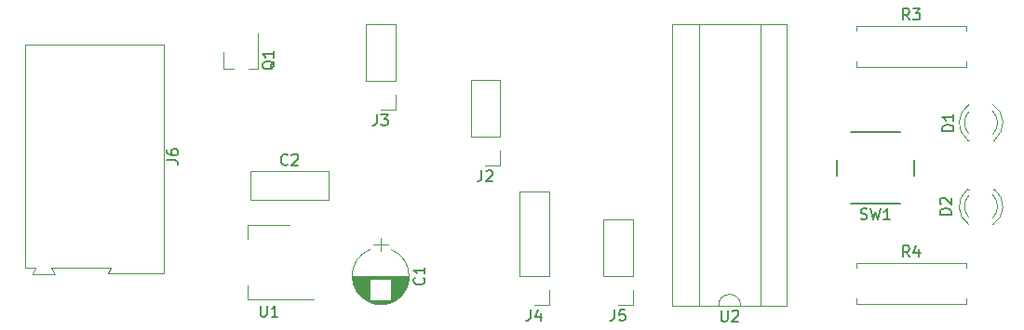
<source format=gbr>
G04 #@! TF.FileFunction,Legend,Top*
%FSLAX46Y46*%
G04 Gerber Fmt 4.6, Leading zero omitted, Abs format (unit mm)*
G04 Created by KiCad (PCBNEW 4.0.6+dfsg1-1) date Thu Feb 22 09:11:03 2018*
%MOMM*%
%LPD*%
G01*
G04 APERTURE LIST*
%ADD10C,0.100000*%
%ADD11C,0.120000*%
%ADD12C,0.150000*%
G04 APERTURE END LIST*
D10*
D11*
X130170000Y-122955000D02*
X130170000Y-124215000D01*
X130170000Y-129775000D02*
X130170000Y-128515000D01*
X133930000Y-122955000D02*
X130170000Y-122955000D01*
X136180000Y-129775000D02*
X130170000Y-129775000D01*
X143221400Y-130011863D02*
G75*
G03X143220000Y-125217564I-981400J2396863D01*
G01*
X141258600Y-130011863D02*
G75*
G02X141260000Y-125217564I981400J2396863D01*
G01*
X141258600Y-130011863D02*
G75*
G03X143220000Y-130012436I981400J2396863D01*
G01*
X144790000Y-127615000D02*
X139690000Y-127615000D01*
X144790000Y-127655000D02*
X139690000Y-127655000D01*
X144789000Y-127695000D02*
X139691000Y-127695000D01*
X144788000Y-127735000D02*
X139692000Y-127735000D01*
X144786000Y-127775000D02*
X139694000Y-127775000D01*
X144783000Y-127815000D02*
X139697000Y-127815000D01*
X144779000Y-127855000D02*
X139701000Y-127855000D01*
X144775000Y-127895000D02*
X143220000Y-127895000D01*
X141260000Y-127895000D02*
X139705000Y-127895000D01*
X144771000Y-127935000D02*
X143220000Y-127935000D01*
X141260000Y-127935000D02*
X139709000Y-127935000D01*
X144765000Y-127975000D02*
X143220000Y-127975000D01*
X141260000Y-127975000D02*
X139715000Y-127975000D01*
X144759000Y-128015000D02*
X143220000Y-128015000D01*
X141260000Y-128015000D02*
X139721000Y-128015000D01*
X144753000Y-128055000D02*
X143220000Y-128055000D01*
X141260000Y-128055000D02*
X139727000Y-128055000D01*
X144746000Y-128095000D02*
X143220000Y-128095000D01*
X141260000Y-128095000D02*
X139734000Y-128095000D01*
X144738000Y-128135000D02*
X143220000Y-128135000D01*
X141260000Y-128135000D02*
X139742000Y-128135000D01*
X144729000Y-128175000D02*
X143220000Y-128175000D01*
X141260000Y-128175000D02*
X139751000Y-128175000D01*
X144720000Y-128215000D02*
X143220000Y-128215000D01*
X141260000Y-128215000D02*
X139760000Y-128215000D01*
X144710000Y-128255000D02*
X143220000Y-128255000D01*
X141260000Y-128255000D02*
X139770000Y-128255000D01*
X144700000Y-128295000D02*
X143220000Y-128295000D01*
X141260000Y-128295000D02*
X139780000Y-128295000D01*
X144688000Y-128336000D02*
X143220000Y-128336000D01*
X141260000Y-128336000D02*
X139792000Y-128336000D01*
X144676000Y-128376000D02*
X143220000Y-128376000D01*
X141260000Y-128376000D02*
X139804000Y-128376000D01*
X144664000Y-128416000D02*
X143220000Y-128416000D01*
X141260000Y-128416000D02*
X139816000Y-128416000D01*
X144650000Y-128456000D02*
X143220000Y-128456000D01*
X141260000Y-128456000D02*
X139830000Y-128456000D01*
X144636000Y-128496000D02*
X143220000Y-128496000D01*
X141260000Y-128496000D02*
X139844000Y-128496000D01*
X144622000Y-128536000D02*
X143220000Y-128536000D01*
X141260000Y-128536000D02*
X139858000Y-128536000D01*
X144606000Y-128576000D02*
X143220000Y-128576000D01*
X141260000Y-128576000D02*
X139874000Y-128576000D01*
X144590000Y-128616000D02*
X143220000Y-128616000D01*
X141260000Y-128616000D02*
X139890000Y-128616000D01*
X144573000Y-128656000D02*
X143220000Y-128656000D01*
X141260000Y-128656000D02*
X139907000Y-128656000D01*
X144555000Y-128696000D02*
X143220000Y-128696000D01*
X141260000Y-128696000D02*
X139925000Y-128696000D01*
X144536000Y-128736000D02*
X143220000Y-128736000D01*
X141260000Y-128736000D02*
X139944000Y-128736000D01*
X144516000Y-128776000D02*
X143220000Y-128776000D01*
X141260000Y-128776000D02*
X139964000Y-128776000D01*
X144496000Y-128816000D02*
X143220000Y-128816000D01*
X141260000Y-128816000D02*
X139984000Y-128816000D01*
X144474000Y-128856000D02*
X143220000Y-128856000D01*
X141260000Y-128856000D02*
X140006000Y-128856000D01*
X144452000Y-128896000D02*
X143220000Y-128896000D01*
X141260000Y-128896000D02*
X140028000Y-128896000D01*
X144429000Y-128936000D02*
X143220000Y-128936000D01*
X141260000Y-128936000D02*
X140051000Y-128936000D01*
X144405000Y-128976000D02*
X143220000Y-128976000D01*
X141260000Y-128976000D02*
X140075000Y-128976000D01*
X144380000Y-129016000D02*
X143220000Y-129016000D01*
X141260000Y-129016000D02*
X140100000Y-129016000D01*
X144353000Y-129056000D02*
X143220000Y-129056000D01*
X141260000Y-129056000D02*
X140127000Y-129056000D01*
X144326000Y-129096000D02*
X143220000Y-129096000D01*
X141260000Y-129096000D02*
X140154000Y-129096000D01*
X144298000Y-129136000D02*
X143220000Y-129136000D01*
X141260000Y-129136000D02*
X140182000Y-129136000D01*
X144268000Y-129176000D02*
X143220000Y-129176000D01*
X141260000Y-129176000D02*
X140212000Y-129176000D01*
X144237000Y-129216000D02*
X143220000Y-129216000D01*
X141260000Y-129216000D02*
X140243000Y-129216000D01*
X144205000Y-129256000D02*
X143220000Y-129256000D01*
X141260000Y-129256000D02*
X140275000Y-129256000D01*
X144172000Y-129296000D02*
X143220000Y-129296000D01*
X141260000Y-129296000D02*
X140308000Y-129296000D01*
X144137000Y-129336000D02*
X143220000Y-129336000D01*
X141260000Y-129336000D02*
X140343000Y-129336000D01*
X144101000Y-129376000D02*
X143220000Y-129376000D01*
X141260000Y-129376000D02*
X140379000Y-129376000D01*
X144063000Y-129416000D02*
X143220000Y-129416000D01*
X141260000Y-129416000D02*
X140417000Y-129416000D01*
X144023000Y-129456000D02*
X143220000Y-129456000D01*
X141260000Y-129456000D02*
X140457000Y-129456000D01*
X143982000Y-129496000D02*
X143220000Y-129496000D01*
X141260000Y-129496000D02*
X140498000Y-129496000D01*
X143939000Y-129536000D02*
X143220000Y-129536000D01*
X141260000Y-129536000D02*
X140541000Y-129536000D01*
X143894000Y-129576000D02*
X143220000Y-129576000D01*
X141260000Y-129576000D02*
X140586000Y-129576000D01*
X143846000Y-129616000D02*
X143220000Y-129616000D01*
X141260000Y-129616000D02*
X140634000Y-129616000D01*
X143796000Y-129656000D02*
X143220000Y-129656000D01*
X141260000Y-129656000D02*
X140684000Y-129656000D01*
X143744000Y-129696000D02*
X143220000Y-129696000D01*
X141260000Y-129696000D02*
X140736000Y-129696000D01*
X143688000Y-129736000D02*
X143220000Y-129736000D01*
X141260000Y-129736000D02*
X140792000Y-129736000D01*
X143630000Y-129776000D02*
X143220000Y-129776000D01*
X141260000Y-129776000D02*
X140850000Y-129776000D01*
X143567000Y-129816000D02*
X143220000Y-129816000D01*
X141260000Y-129816000D02*
X140913000Y-129816000D01*
X143501000Y-129856000D02*
X140979000Y-129856000D01*
X143429000Y-129896000D02*
X141051000Y-129896000D01*
X143352000Y-129936000D02*
X141128000Y-129936000D01*
X143268000Y-129976000D02*
X141212000Y-129976000D01*
X143174000Y-130016000D02*
X141306000Y-130016000D01*
X143069000Y-130056000D02*
X141411000Y-130056000D01*
X142947000Y-130096000D02*
X141533000Y-130096000D01*
X142799000Y-130136000D02*
X141681000Y-130136000D01*
X142594000Y-130176000D02*
X141886000Y-130176000D01*
X142240000Y-124165000D02*
X142240000Y-125365000D01*
X142890000Y-124765000D02*
X141590000Y-124765000D01*
X195771392Y-111992665D02*
G75*
G03X195614484Y-115225000I1078608J-1672335D01*
G01*
X197928608Y-111992665D02*
G75*
G02X198085516Y-115225000I-1078608J-1672335D01*
G01*
X195770163Y-112623870D02*
G75*
G03X195770000Y-114705961I1079837J-1041130D01*
G01*
X197929837Y-112623870D02*
G75*
G02X197930000Y-114705961I-1079837J-1041130D01*
G01*
X195614000Y-115225000D02*
X195770000Y-115225000D01*
X197930000Y-115225000D02*
X198086000Y-115225000D01*
X197928608Y-122957335D02*
G75*
G03X198085516Y-119725000I-1078608J1672335D01*
G01*
X195771392Y-122957335D02*
G75*
G02X195614484Y-119725000I1078608J1672335D01*
G01*
X197929837Y-122326130D02*
G75*
G03X197930000Y-120244039I-1079837J1041130D01*
G01*
X195770163Y-122326130D02*
G75*
G02X195770000Y-120244039I1079837J1041130D01*
G01*
X198086000Y-119725000D02*
X197930000Y-119725000D01*
X195770000Y-119725000D02*
X195614000Y-119725000D01*
X153095000Y-114935000D02*
X153095000Y-109795000D01*
X153095000Y-109795000D02*
X150435000Y-109795000D01*
X150435000Y-109795000D02*
X150435000Y-114935000D01*
X150435000Y-114935000D02*
X153095000Y-114935000D01*
X153095000Y-116205000D02*
X153095000Y-117535000D01*
X153095000Y-117535000D02*
X151765000Y-117535000D01*
X143570000Y-109855000D02*
X143570000Y-104715000D01*
X143570000Y-104715000D02*
X140910000Y-104715000D01*
X140910000Y-104715000D02*
X140910000Y-109855000D01*
X140910000Y-109855000D02*
X143570000Y-109855000D01*
X143570000Y-111125000D02*
X143570000Y-112455000D01*
X143570000Y-112455000D02*
X142240000Y-112455000D01*
X157540000Y-127635000D02*
X157540000Y-119955000D01*
X157540000Y-119955000D02*
X154880000Y-119955000D01*
X154880000Y-119955000D02*
X154880000Y-127635000D01*
X154880000Y-127635000D02*
X157540000Y-127635000D01*
X157540000Y-128905000D02*
X157540000Y-130235000D01*
X157540000Y-130235000D02*
X156210000Y-130235000D01*
X165160000Y-127635000D02*
X165160000Y-122495000D01*
X165160000Y-122495000D02*
X162500000Y-122495000D01*
X162500000Y-122495000D02*
X162500000Y-127635000D01*
X162500000Y-127635000D02*
X165160000Y-127635000D01*
X165160000Y-128905000D02*
X165160000Y-130235000D01*
X165160000Y-130235000D02*
X163830000Y-130235000D01*
X122505000Y-106570000D02*
X122505000Y-127370000D01*
X122505000Y-127370000D02*
X117455000Y-127370000D01*
X117455000Y-127370000D02*
X117705000Y-126870000D01*
X117705000Y-126870000D02*
X112305000Y-126870000D01*
X112305000Y-126870000D02*
X112605000Y-127420000D01*
X112605000Y-127420000D02*
X110555000Y-127420000D01*
X110555000Y-127420000D02*
X110855000Y-126870000D01*
X110855000Y-126870000D02*
X109905000Y-126870000D01*
X109905000Y-126870000D02*
X109905000Y-106570000D01*
X109905000Y-106570000D02*
X122505000Y-106570000D01*
X127960000Y-108710000D02*
X128890000Y-108710000D01*
X131120000Y-108710000D02*
X130190000Y-108710000D01*
X131120000Y-108710000D02*
X131120000Y-105550000D01*
X127960000Y-108710000D02*
X127960000Y-107250000D01*
X185490000Y-105300000D02*
X185490000Y-104820000D01*
X185490000Y-104820000D02*
X195510000Y-104820000D01*
X195510000Y-104820000D02*
X195510000Y-105300000D01*
X185490000Y-108060000D02*
X185490000Y-108540000D01*
X185490000Y-108540000D02*
X195510000Y-108540000D01*
X195510000Y-108540000D02*
X195510000Y-108060000D01*
X185490000Y-126890000D02*
X185490000Y-126410000D01*
X185490000Y-126410000D02*
X195510000Y-126410000D01*
X195510000Y-126410000D02*
X195510000Y-126890000D01*
X185490000Y-129650000D02*
X185490000Y-130130000D01*
X185490000Y-130130000D02*
X195510000Y-130130000D01*
X195510000Y-130130000D02*
X195510000Y-129650000D01*
D12*
X189500000Y-114515000D02*
X185000000Y-114515000D01*
X190750000Y-118515000D02*
X190750000Y-117015000D01*
X185000000Y-121015000D02*
X189500000Y-121015000D01*
X183750000Y-117015000D02*
X183750000Y-118515000D01*
D11*
X172990000Y-130295000D02*
G75*
G02X174990000Y-130295000I1000000J0D01*
G01*
X174990000Y-130295000D02*
X176760000Y-130295000D01*
X176760000Y-130295000D02*
X176760000Y-104655000D01*
X176760000Y-104655000D02*
X171220000Y-104655000D01*
X171220000Y-104655000D02*
X171220000Y-130295000D01*
X171220000Y-130295000D02*
X172990000Y-130295000D01*
X179190000Y-130295000D02*
X179190000Y-104655000D01*
X179190000Y-104655000D02*
X168790000Y-104655000D01*
X168790000Y-104655000D02*
X168790000Y-130295000D01*
X168790000Y-130295000D02*
X179190000Y-130295000D01*
X130385000Y-118070000D02*
X137505000Y-118070000D01*
X130385000Y-120690000D02*
X137505000Y-120690000D01*
X130385000Y-118070000D02*
X130385000Y-120690000D01*
X137505000Y-118070000D02*
X137505000Y-120690000D01*
D12*
X131318095Y-130317381D02*
X131318095Y-131126905D01*
X131365714Y-131222143D01*
X131413333Y-131269762D01*
X131508571Y-131317381D01*
X131699048Y-131317381D01*
X131794286Y-131269762D01*
X131841905Y-131222143D01*
X131889524Y-131126905D01*
X131889524Y-130317381D01*
X132889524Y-131317381D02*
X132318095Y-131317381D01*
X132603809Y-131317381D02*
X132603809Y-130317381D01*
X132508571Y-130460238D01*
X132413333Y-130555476D01*
X132318095Y-130603095D01*
X146157143Y-127781666D02*
X146204762Y-127829285D01*
X146252381Y-127972142D01*
X146252381Y-128067380D01*
X146204762Y-128210238D01*
X146109524Y-128305476D01*
X146014286Y-128353095D01*
X145823810Y-128400714D01*
X145680952Y-128400714D01*
X145490476Y-128353095D01*
X145395238Y-128305476D01*
X145300000Y-128210238D01*
X145252381Y-128067380D01*
X145252381Y-127972142D01*
X145300000Y-127829285D01*
X145347619Y-127781666D01*
X146252381Y-126829285D02*
X146252381Y-127400714D01*
X146252381Y-127115000D02*
X145252381Y-127115000D01*
X145395238Y-127210238D01*
X145490476Y-127305476D01*
X145538095Y-127400714D01*
X194342381Y-114403095D02*
X193342381Y-114403095D01*
X193342381Y-114165000D01*
X193390000Y-114022142D01*
X193485238Y-113926904D01*
X193580476Y-113879285D01*
X193770952Y-113831666D01*
X193913810Y-113831666D01*
X194104286Y-113879285D01*
X194199524Y-113926904D01*
X194294762Y-114022142D01*
X194342381Y-114165000D01*
X194342381Y-114403095D01*
X194342381Y-112879285D02*
X194342381Y-113450714D01*
X194342381Y-113165000D02*
X193342381Y-113165000D01*
X193485238Y-113260238D01*
X193580476Y-113355476D01*
X193628095Y-113450714D01*
X194127381Y-122023095D02*
X193127381Y-122023095D01*
X193127381Y-121785000D01*
X193175000Y-121642142D01*
X193270238Y-121546904D01*
X193365476Y-121499285D01*
X193555952Y-121451666D01*
X193698810Y-121451666D01*
X193889286Y-121499285D01*
X193984524Y-121546904D01*
X194079762Y-121642142D01*
X194127381Y-121785000D01*
X194127381Y-122023095D01*
X193222619Y-121070714D02*
X193175000Y-121023095D01*
X193127381Y-120927857D01*
X193127381Y-120689761D01*
X193175000Y-120594523D01*
X193222619Y-120546904D01*
X193317857Y-120499285D01*
X193413095Y-120499285D01*
X193555952Y-120546904D01*
X194127381Y-121118333D01*
X194127381Y-120499285D01*
X151431667Y-117987381D02*
X151431667Y-118701667D01*
X151384047Y-118844524D01*
X151288809Y-118939762D01*
X151145952Y-118987381D01*
X151050714Y-118987381D01*
X151860238Y-118082619D02*
X151907857Y-118035000D01*
X152003095Y-117987381D01*
X152241191Y-117987381D01*
X152336429Y-118035000D01*
X152384048Y-118082619D01*
X152431667Y-118177857D01*
X152431667Y-118273095D01*
X152384048Y-118415952D01*
X151812619Y-118987381D01*
X152431667Y-118987381D01*
X141906667Y-112907381D02*
X141906667Y-113621667D01*
X141859047Y-113764524D01*
X141763809Y-113859762D01*
X141620952Y-113907381D01*
X141525714Y-113907381D01*
X142287619Y-112907381D02*
X142906667Y-112907381D01*
X142573333Y-113288333D01*
X142716191Y-113288333D01*
X142811429Y-113335952D01*
X142859048Y-113383571D01*
X142906667Y-113478810D01*
X142906667Y-113716905D01*
X142859048Y-113812143D01*
X142811429Y-113859762D01*
X142716191Y-113907381D01*
X142430476Y-113907381D01*
X142335238Y-113859762D01*
X142287619Y-113812143D01*
X155876667Y-130687381D02*
X155876667Y-131401667D01*
X155829047Y-131544524D01*
X155733809Y-131639762D01*
X155590952Y-131687381D01*
X155495714Y-131687381D01*
X156781429Y-131020714D02*
X156781429Y-131687381D01*
X156543333Y-130639762D02*
X156305238Y-131354048D01*
X156924286Y-131354048D01*
X163496667Y-130687381D02*
X163496667Y-131401667D01*
X163449047Y-131544524D01*
X163353809Y-131639762D01*
X163210952Y-131687381D01*
X163115714Y-131687381D01*
X164449048Y-130687381D02*
X163972857Y-130687381D01*
X163925238Y-131163571D01*
X163972857Y-131115952D01*
X164068095Y-131068333D01*
X164306191Y-131068333D01*
X164401429Y-131115952D01*
X164449048Y-131163571D01*
X164496667Y-131258810D01*
X164496667Y-131496905D01*
X164449048Y-131592143D01*
X164401429Y-131639762D01*
X164306191Y-131687381D01*
X164068095Y-131687381D01*
X163972857Y-131639762D01*
X163925238Y-131592143D01*
X122807381Y-117053333D02*
X123521667Y-117053333D01*
X123664524Y-117100953D01*
X123759762Y-117196191D01*
X123807381Y-117339048D01*
X123807381Y-117434286D01*
X122807381Y-116148571D02*
X122807381Y-116339048D01*
X122855000Y-116434286D01*
X122902619Y-116481905D01*
X123045476Y-116577143D01*
X123235952Y-116624762D01*
X123616905Y-116624762D01*
X123712143Y-116577143D01*
X123759762Y-116529524D01*
X123807381Y-116434286D01*
X123807381Y-116243809D01*
X123759762Y-116148571D01*
X123712143Y-116100952D01*
X123616905Y-116053333D01*
X123378810Y-116053333D01*
X123283571Y-116100952D01*
X123235952Y-116148571D01*
X123188333Y-116243809D01*
X123188333Y-116434286D01*
X123235952Y-116529524D01*
X123283571Y-116577143D01*
X123378810Y-116624762D01*
X132587619Y-108045238D02*
X132540000Y-108140476D01*
X132444762Y-108235714D01*
X132301905Y-108378571D01*
X132254286Y-108473810D01*
X132254286Y-108569048D01*
X132492381Y-108521429D02*
X132444762Y-108616667D01*
X132349524Y-108711905D01*
X132159048Y-108759524D01*
X131825714Y-108759524D01*
X131635238Y-108711905D01*
X131540000Y-108616667D01*
X131492381Y-108521429D01*
X131492381Y-108330952D01*
X131540000Y-108235714D01*
X131635238Y-108140476D01*
X131825714Y-108092857D01*
X132159048Y-108092857D01*
X132349524Y-108140476D01*
X132444762Y-108235714D01*
X132492381Y-108330952D01*
X132492381Y-108521429D01*
X132492381Y-107140476D02*
X132492381Y-107711905D01*
X132492381Y-107426191D02*
X131492381Y-107426191D01*
X131635238Y-107521429D01*
X131730476Y-107616667D01*
X131778095Y-107711905D01*
X190333334Y-104272381D02*
X190000000Y-103796190D01*
X189761905Y-104272381D02*
X189761905Y-103272381D01*
X190142858Y-103272381D01*
X190238096Y-103320000D01*
X190285715Y-103367619D01*
X190333334Y-103462857D01*
X190333334Y-103605714D01*
X190285715Y-103700952D01*
X190238096Y-103748571D01*
X190142858Y-103796190D01*
X189761905Y-103796190D01*
X190666667Y-103272381D02*
X191285715Y-103272381D01*
X190952381Y-103653333D01*
X191095239Y-103653333D01*
X191190477Y-103700952D01*
X191238096Y-103748571D01*
X191285715Y-103843810D01*
X191285715Y-104081905D01*
X191238096Y-104177143D01*
X191190477Y-104224762D01*
X191095239Y-104272381D01*
X190809524Y-104272381D01*
X190714286Y-104224762D01*
X190666667Y-104177143D01*
X190333334Y-125862381D02*
X190000000Y-125386190D01*
X189761905Y-125862381D02*
X189761905Y-124862381D01*
X190142858Y-124862381D01*
X190238096Y-124910000D01*
X190285715Y-124957619D01*
X190333334Y-125052857D01*
X190333334Y-125195714D01*
X190285715Y-125290952D01*
X190238096Y-125338571D01*
X190142858Y-125386190D01*
X189761905Y-125386190D01*
X191190477Y-125195714D02*
X191190477Y-125862381D01*
X190952381Y-124814762D02*
X190714286Y-125529048D01*
X191333334Y-125529048D01*
X185916667Y-122419762D02*
X186059524Y-122467381D01*
X186297620Y-122467381D01*
X186392858Y-122419762D01*
X186440477Y-122372143D01*
X186488096Y-122276905D01*
X186488096Y-122181667D01*
X186440477Y-122086429D01*
X186392858Y-122038810D01*
X186297620Y-121991190D01*
X186107143Y-121943571D01*
X186011905Y-121895952D01*
X185964286Y-121848333D01*
X185916667Y-121753095D01*
X185916667Y-121657857D01*
X185964286Y-121562619D01*
X186011905Y-121515000D01*
X186107143Y-121467381D01*
X186345239Y-121467381D01*
X186488096Y-121515000D01*
X186821429Y-121467381D02*
X187059524Y-122467381D01*
X187250001Y-121753095D01*
X187440477Y-122467381D01*
X187678572Y-121467381D01*
X188583334Y-122467381D02*
X188011905Y-122467381D01*
X188297619Y-122467381D02*
X188297619Y-121467381D01*
X188202381Y-121610238D01*
X188107143Y-121705476D01*
X188011905Y-121753095D01*
X173228095Y-130747381D02*
X173228095Y-131556905D01*
X173275714Y-131652143D01*
X173323333Y-131699762D01*
X173418571Y-131747381D01*
X173609048Y-131747381D01*
X173704286Y-131699762D01*
X173751905Y-131652143D01*
X173799524Y-131556905D01*
X173799524Y-130747381D01*
X174228095Y-130842619D02*
X174275714Y-130795000D01*
X174370952Y-130747381D01*
X174609048Y-130747381D01*
X174704286Y-130795000D01*
X174751905Y-130842619D01*
X174799524Y-130937857D01*
X174799524Y-131033095D01*
X174751905Y-131175952D01*
X174180476Y-131747381D01*
X174799524Y-131747381D01*
X133778334Y-117427143D02*
X133730715Y-117474762D01*
X133587858Y-117522381D01*
X133492620Y-117522381D01*
X133349762Y-117474762D01*
X133254524Y-117379524D01*
X133206905Y-117284286D01*
X133159286Y-117093810D01*
X133159286Y-116950952D01*
X133206905Y-116760476D01*
X133254524Y-116665238D01*
X133349762Y-116570000D01*
X133492620Y-116522381D01*
X133587858Y-116522381D01*
X133730715Y-116570000D01*
X133778334Y-116617619D01*
X134159286Y-116617619D02*
X134206905Y-116570000D01*
X134302143Y-116522381D01*
X134540239Y-116522381D01*
X134635477Y-116570000D01*
X134683096Y-116617619D01*
X134730715Y-116712857D01*
X134730715Y-116808095D01*
X134683096Y-116950952D01*
X134111667Y-117522381D01*
X134730715Y-117522381D01*
M02*

</source>
